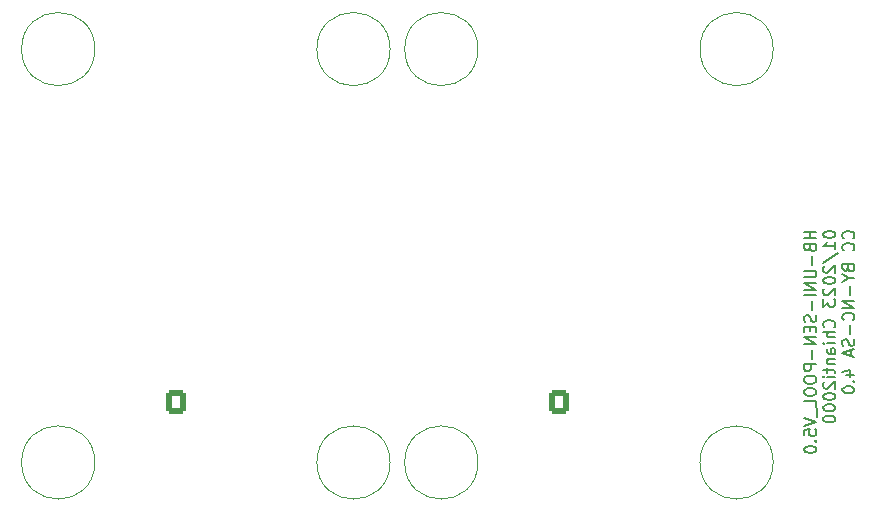
<source format=gbo>
G04 #@! TF.GenerationSoftware,KiCad,Pcbnew,(6.0.8)*
G04 #@! TF.CreationDate,2023-01-21T21:03:47+01:00*
G04 #@! TF.ProjectId,HB-UNI-SEN-POOL_2023_05,48422d55-4e49-42d5-9345-4e2d504f4f4c,rev?*
G04 #@! TF.SameCoordinates,Original*
G04 #@! TF.FileFunction,Legend,Bot*
G04 #@! TF.FilePolarity,Positive*
%FSLAX46Y46*%
G04 Gerber Fmt 4.6, Leading zero omitted, Abs format (unit mm)*
G04 Created by KiCad (PCBNEW (6.0.8)) date 2023-01-21 21:03:47*
%MOMM*%
%LPD*%
G01*
G04 APERTURE LIST*
G04 Aperture macros list*
%AMRoundRect*
0 Rectangle with rounded corners*
0 $1 Rounding radius*
0 $2 $3 $4 $5 $6 $7 $8 $9 X,Y pos of 4 corners*
0 Add a 4 corners polygon primitive as box body*
4,1,4,$2,$3,$4,$5,$6,$7,$8,$9,$2,$3,0*
0 Add four circle primitives for the rounded corners*
1,1,$1+$1,$2,$3*
1,1,$1+$1,$4,$5*
1,1,$1+$1,$6,$7*
1,1,$1+$1,$8,$9*
0 Add four rect primitives between the rounded corners*
20,1,$1+$1,$2,$3,$4,$5,0*
20,1,$1+$1,$4,$5,$6,$7,0*
20,1,$1+$1,$6,$7,$8,$9,0*
20,1,$1+$1,$8,$9,$2,$3,0*%
G04 Aperture macros list end*
%ADD10C,0.200000*%
%ADD11C,0.120000*%
%ADD12RoundRect,0.250000X-0.600000X-0.725000X0.600000X-0.725000X0.600000X0.725000X-0.600000X0.725000X0*%
%ADD13O,1.700000X1.950000*%
%ADD14RoundRect,0.250000X0.600000X0.725000X-0.600000X0.725000X-0.600000X-0.725000X0.600000X-0.725000X0*%
%ADD15R,1.700000X1.700000*%
%ADD16O,1.700000X1.700000*%
%ADD17RoundRect,0.250000X-0.600000X-0.750000X0.600000X-0.750000X0.600000X0.750000X-0.600000X0.750000X0*%
%ADD18O,1.700000X2.000000*%
%ADD19C,5.100000*%
%ADD20C,1.600000*%
%ADD21R,1.500000X1.500000*%
%ADD22C,1.500000*%
%ADD23RoundRect,0.250000X0.600000X0.750000X-0.600000X0.750000X-0.600000X-0.750000X0.600000X-0.750000X0*%
%ADD24C,6.000000*%
%ADD25C,3.500000*%
%ADD26R,3.500000X3.500000*%
%ADD27RoundRect,0.750000X-1.000000X0.750000X-1.000000X-0.750000X1.000000X-0.750000X1.000000X0.750000X0*%
%ADD28RoundRect,0.875000X-0.875000X0.875000X-0.875000X-0.875000X0.875000X-0.875000X0.875000X0.875000X0*%
%ADD29R,1.600000X1.600000*%
%ADD30R,1.500000X1.050000*%
%ADD31O,1.500000X1.050000*%
%ADD32R,1.400000X1.400000*%
%ADD33C,1.400000*%
%ADD34O,1.500000X1.500000*%
%ADD35R,1.800000X1.800000*%
%ADD36C,1.800000*%
%ADD37C,5.800000*%
%ADD38O,3.500000X7.000000*%
%ADD39O,1.600000X2.500000*%
%ADD40C,4.000000*%
%ADD41C,2.000000*%
%ADD42C,1.350000*%
%ADD43C,2.200000*%
%ADD44R,1.130000X1.130000*%
%ADD45C,1.130000*%
G04 APERTURE END LIST*
D10*
X160132380Y-55346395D02*
X159132380Y-55346395D01*
X159608571Y-55346395D02*
X159608571Y-55917823D01*
X160132380Y-55917823D02*
X159132380Y-55917823D01*
X159608571Y-56727347D02*
X159656190Y-56870204D01*
X159703809Y-56917823D01*
X159799047Y-56965442D01*
X159941904Y-56965442D01*
X160037142Y-56917823D01*
X160084761Y-56870204D01*
X160132380Y-56774966D01*
X160132380Y-56394014D01*
X159132380Y-56394014D01*
X159132380Y-56727347D01*
X159180000Y-56822585D01*
X159227619Y-56870204D01*
X159322857Y-56917823D01*
X159418095Y-56917823D01*
X159513333Y-56870204D01*
X159560952Y-56822585D01*
X159608571Y-56727347D01*
X159608571Y-56394014D01*
X159751428Y-57394014D02*
X159751428Y-58155919D01*
X159132380Y-58632109D02*
X159941904Y-58632109D01*
X160037142Y-58679728D01*
X160084761Y-58727347D01*
X160132380Y-58822585D01*
X160132380Y-59013061D01*
X160084761Y-59108300D01*
X160037142Y-59155919D01*
X159941904Y-59203538D01*
X159132380Y-59203538D01*
X160132380Y-59679728D02*
X159132380Y-59679728D01*
X160132380Y-60251157D01*
X159132380Y-60251157D01*
X160132380Y-60727347D02*
X159132380Y-60727347D01*
X159751428Y-61203538D02*
X159751428Y-61965442D01*
X160084761Y-62394014D02*
X160132380Y-62536871D01*
X160132380Y-62774966D01*
X160084761Y-62870204D01*
X160037142Y-62917823D01*
X159941904Y-62965442D01*
X159846666Y-62965442D01*
X159751428Y-62917823D01*
X159703809Y-62870204D01*
X159656190Y-62774966D01*
X159608571Y-62584490D01*
X159560952Y-62489252D01*
X159513333Y-62441633D01*
X159418095Y-62394014D01*
X159322857Y-62394014D01*
X159227619Y-62441633D01*
X159180000Y-62489252D01*
X159132380Y-62584490D01*
X159132380Y-62822585D01*
X159180000Y-62965442D01*
X159608571Y-63394014D02*
X159608571Y-63727347D01*
X160132380Y-63870204D02*
X160132380Y-63394014D01*
X159132380Y-63394014D01*
X159132380Y-63870204D01*
X160132380Y-64298776D02*
X159132380Y-64298776D01*
X160132380Y-64870204D01*
X159132380Y-64870204D01*
X159751428Y-65346395D02*
X159751428Y-66108300D01*
X160132380Y-66584490D02*
X159132380Y-66584490D01*
X159132380Y-66965442D01*
X159180000Y-67060680D01*
X159227619Y-67108300D01*
X159322857Y-67155919D01*
X159465714Y-67155919D01*
X159560952Y-67108300D01*
X159608571Y-67060680D01*
X159656190Y-66965442D01*
X159656190Y-66584490D01*
X159132380Y-67774966D02*
X159132380Y-67965442D01*
X159180000Y-68060680D01*
X159275238Y-68155919D01*
X159465714Y-68203538D01*
X159799047Y-68203538D01*
X159989523Y-68155919D01*
X160084761Y-68060680D01*
X160132380Y-67965442D01*
X160132380Y-67774966D01*
X160084761Y-67679728D01*
X159989523Y-67584490D01*
X159799047Y-67536871D01*
X159465714Y-67536871D01*
X159275238Y-67584490D01*
X159180000Y-67679728D01*
X159132380Y-67774966D01*
X159132380Y-68822585D02*
X159132380Y-69013061D01*
X159180000Y-69108300D01*
X159275238Y-69203538D01*
X159465714Y-69251157D01*
X159799047Y-69251157D01*
X159989523Y-69203538D01*
X160084761Y-69108300D01*
X160132380Y-69013061D01*
X160132380Y-68822585D01*
X160084761Y-68727347D01*
X159989523Y-68632109D01*
X159799047Y-68584490D01*
X159465714Y-68584490D01*
X159275238Y-68632109D01*
X159180000Y-68727347D01*
X159132380Y-68822585D01*
X160132380Y-70155919D02*
X160132380Y-69679728D01*
X159132380Y-69679728D01*
X160227619Y-70251157D02*
X160227619Y-71013061D01*
X159132380Y-71108300D02*
X160132380Y-71441633D01*
X159132380Y-71774966D01*
X159132380Y-72584490D02*
X159132380Y-72108300D01*
X159608571Y-72060680D01*
X159560952Y-72108300D01*
X159513333Y-72203538D01*
X159513333Y-72441633D01*
X159560952Y-72536871D01*
X159608571Y-72584490D01*
X159703809Y-72632109D01*
X159941904Y-72632109D01*
X160037142Y-72584490D01*
X160084761Y-72536871D01*
X160132380Y-72441633D01*
X160132380Y-72203538D01*
X160084761Y-72108300D01*
X160037142Y-72060680D01*
X160037142Y-73060680D02*
X160084761Y-73108300D01*
X160132380Y-73060680D01*
X160084761Y-73013061D01*
X160037142Y-73060680D01*
X160132380Y-73060680D01*
X159132380Y-73727347D02*
X159132380Y-73822585D01*
X159180000Y-73917823D01*
X159227619Y-73965442D01*
X159322857Y-74013061D01*
X159513333Y-74060680D01*
X159751428Y-74060680D01*
X159941904Y-74013061D01*
X160037142Y-73965442D01*
X160084761Y-73917823D01*
X160132380Y-73822585D01*
X160132380Y-73727347D01*
X160084761Y-73632109D01*
X160037142Y-73584490D01*
X159941904Y-73536871D01*
X159751428Y-73489252D01*
X159513333Y-73489252D01*
X159322857Y-73536871D01*
X159227619Y-73584490D01*
X159180000Y-73632109D01*
X159132380Y-73727347D01*
X160742380Y-55536871D02*
X160742380Y-55632109D01*
X160790000Y-55727347D01*
X160837619Y-55774966D01*
X160932857Y-55822585D01*
X161123333Y-55870204D01*
X161361428Y-55870204D01*
X161551904Y-55822585D01*
X161647142Y-55774966D01*
X161694761Y-55727347D01*
X161742380Y-55632109D01*
X161742380Y-55536871D01*
X161694761Y-55441633D01*
X161647142Y-55394014D01*
X161551904Y-55346395D01*
X161361428Y-55298776D01*
X161123333Y-55298776D01*
X160932857Y-55346395D01*
X160837619Y-55394014D01*
X160790000Y-55441633D01*
X160742380Y-55536871D01*
X161742380Y-56822585D02*
X161742380Y-56251157D01*
X161742380Y-56536871D02*
X160742380Y-56536871D01*
X160885238Y-56441633D01*
X160980476Y-56346395D01*
X161028095Y-56251157D01*
X160694761Y-57965442D02*
X161980476Y-57108300D01*
X160837619Y-58251157D02*
X160790000Y-58298776D01*
X160742380Y-58394014D01*
X160742380Y-58632109D01*
X160790000Y-58727347D01*
X160837619Y-58774966D01*
X160932857Y-58822585D01*
X161028095Y-58822585D01*
X161170952Y-58774966D01*
X161742380Y-58203538D01*
X161742380Y-58822585D01*
X160742380Y-59441633D02*
X160742380Y-59536871D01*
X160790000Y-59632109D01*
X160837619Y-59679728D01*
X160932857Y-59727347D01*
X161123333Y-59774966D01*
X161361428Y-59774966D01*
X161551904Y-59727347D01*
X161647142Y-59679728D01*
X161694761Y-59632109D01*
X161742380Y-59536871D01*
X161742380Y-59441633D01*
X161694761Y-59346395D01*
X161647142Y-59298776D01*
X161551904Y-59251157D01*
X161361428Y-59203538D01*
X161123333Y-59203538D01*
X160932857Y-59251157D01*
X160837619Y-59298776D01*
X160790000Y-59346395D01*
X160742380Y-59441633D01*
X160837619Y-60155919D02*
X160790000Y-60203538D01*
X160742380Y-60298776D01*
X160742380Y-60536871D01*
X160790000Y-60632109D01*
X160837619Y-60679728D01*
X160932857Y-60727347D01*
X161028095Y-60727347D01*
X161170952Y-60679728D01*
X161742380Y-60108300D01*
X161742380Y-60727347D01*
X160742380Y-61060680D02*
X160742380Y-61679728D01*
X161123333Y-61346395D01*
X161123333Y-61489252D01*
X161170952Y-61584490D01*
X161218571Y-61632109D01*
X161313809Y-61679728D01*
X161551904Y-61679728D01*
X161647142Y-61632109D01*
X161694761Y-61584490D01*
X161742380Y-61489252D01*
X161742380Y-61203538D01*
X161694761Y-61108300D01*
X161647142Y-61060680D01*
X161647142Y-63441633D02*
X161694761Y-63394014D01*
X161742380Y-63251157D01*
X161742380Y-63155919D01*
X161694761Y-63013061D01*
X161599523Y-62917823D01*
X161504285Y-62870204D01*
X161313809Y-62822585D01*
X161170952Y-62822585D01*
X160980476Y-62870204D01*
X160885238Y-62917823D01*
X160790000Y-63013061D01*
X160742380Y-63155919D01*
X160742380Y-63251157D01*
X160790000Y-63394014D01*
X160837619Y-63441633D01*
X161742380Y-63870204D02*
X160742380Y-63870204D01*
X161742380Y-64298776D02*
X161218571Y-64298776D01*
X161123333Y-64251157D01*
X161075714Y-64155919D01*
X161075714Y-64013061D01*
X161123333Y-63917823D01*
X161170952Y-63870204D01*
X161742380Y-64774966D02*
X161075714Y-64774966D01*
X160742380Y-64774966D02*
X160790000Y-64727347D01*
X160837619Y-64774966D01*
X160790000Y-64822585D01*
X160742380Y-64774966D01*
X160837619Y-64774966D01*
X161742380Y-65679728D02*
X161218571Y-65679728D01*
X161123333Y-65632109D01*
X161075714Y-65536871D01*
X161075714Y-65346395D01*
X161123333Y-65251157D01*
X161694761Y-65679728D02*
X161742380Y-65584490D01*
X161742380Y-65346395D01*
X161694761Y-65251157D01*
X161599523Y-65203538D01*
X161504285Y-65203538D01*
X161409047Y-65251157D01*
X161361428Y-65346395D01*
X161361428Y-65584490D01*
X161313809Y-65679728D01*
X161075714Y-66155919D02*
X161742380Y-66155919D01*
X161170952Y-66155919D02*
X161123333Y-66203538D01*
X161075714Y-66298776D01*
X161075714Y-66441633D01*
X161123333Y-66536871D01*
X161218571Y-66584490D01*
X161742380Y-66584490D01*
X161075714Y-66917823D02*
X161075714Y-67298776D01*
X160742380Y-67060680D02*
X161599523Y-67060680D01*
X161694761Y-67108300D01*
X161742380Y-67203538D01*
X161742380Y-67298776D01*
X161742380Y-67632109D02*
X161075714Y-67632109D01*
X160742380Y-67632109D02*
X160790000Y-67584490D01*
X160837619Y-67632109D01*
X160790000Y-67679728D01*
X160742380Y-67632109D01*
X160837619Y-67632109D01*
X160837619Y-68060680D02*
X160790000Y-68108299D01*
X160742380Y-68203538D01*
X160742380Y-68441633D01*
X160790000Y-68536871D01*
X160837619Y-68584490D01*
X160932857Y-68632109D01*
X161028095Y-68632109D01*
X161170952Y-68584490D01*
X161742380Y-68013061D01*
X161742380Y-68632109D01*
X160742380Y-69251157D02*
X160742380Y-69346395D01*
X160790000Y-69441633D01*
X160837619Y-69489252D01*
X160932857Y-69536871D01*
X161123333Y-69584490D01*
X161361428Y-69584490D01*
X161551904Y-69536871D01*
X161647142Y-69489252D01*
X161694761Y-69441633D01*
X161742380Y-69346395D01*
X161742380Y-69251157D01*
X161694761Y-69155919D01*
X161647142Y-69108300D01*
X161551904Y-69060680D01*
X161361428Y-69013061D01*
X161123333Y-69013061D01*
X160932857Y-69060680D01*
X160837619Y-69108300D01*
X160790000Y-69155919D01*
X160742380Y-69251157D01*
X160742380Y-70203538D02*
X160742380Y-70298776D01*
X160790000Y-70394014D01*
X160837619Y-70441633D01*
X160932857Y-70489252D01*
X161123333Y-70536871D01*
X161361428Y-70536871D01*
X161551904Y-70489252D01*
X161647142Y-70441633D01*
X161694761Y-70394014D01*
X161742380Y-70298776D01*
X161742380Y-70203538D01*
X161694761Y-70108299D01*
X161647142Y-70060680D01*
X161551904Y-70013061D01*
X161361428Y-69965442D01*
X161123333Y-69965442D01*
X160932857Y-70013061D01*
X160837619Y-70060680D01*
X160790000Y-70108299D01*
X160742380Y-70203538D01*
X160742380Y-71155919D02*
X160742380Y-71251157D01*
X160790000Y-71346395D01*
X160837619Y-71394014D01*
X160932857Y-71441633D01*
X161123333Y-71489252D01*
X161361428Y-71489252D01*
X161551904Y-71441633D01*
X161647142Y-71394014D01*
X161694761Y-71346395D01*
X161742380Y-71251157D01*
X161742380Y-71155919D01*
X161694761Y-71060680D01*
X161647142Y-71013061D01*
X161551904Y-70965442D01*
X161361428Y-70917823D01*
X161123333Y-70917823D01*
X160932857Y-70965442D01*
X160837619Y-71013061D01*
X160790000Y-71060680D01*
X160742380Y-71155919D01*
X163257142Y-55917823D02*
X163304761Y-55870204D01*
X163352380Y-55727347D01*
X163352380Y-55632109D01*
X163304761Y-55489252D01*
X163209523Y-55394014D01*
X163114285Y-55346395D01*
X162923809Y-55298776D01*
X162780952Y-55298776D01*
X162590476Y-55346395D01*
X162495238Y-55394014D01*
X162400000Y-55489252D01*
X162352380Y-55632109D01*
X162352380Y-55727347D01*
X162400000Y-55870204D01*
X162447619Y-55917823D01*
X163257142Y-56917823D02*
X163304761Y-56870204D01*
X163352380Y-56727347D01*
X163352380Y-56632109D01*
X163304761Y-56489252D01*
X163209523Y-56394014D01*
X163114285Y-56346395D01*
X162923809Y-56298776D01*
X162780952Y-56298776D01*
X162590476Y-56346395D01*
X162495238Y-56394014D01*
X162400000Y-56489252D01*
X162352380Y-56632109D01*
X162352380Y-56727347D01*
X162400000Y-56870204D01*
X162447619Y-56917823D01*
X162828571Y-58441633D02*
X162876190Y-58584490D01*
X162923809Y-58632109D01*
X163019047Y-58679728D01*
X163161904Y-58679728D01*
X163257142Y-58632109D01*
X163304761Y-58584490D01*
X163352380Y-58489252D01*
X163352380Y-58108300D01*
X162352380Y-58108300D01*
X162352380Y-58441633D01*
X162400000Y-58536871D01*
X162447619Y-58584490D01*
X162542857Y-58632109D01*
X162638095Y-58632109D01*
X162733333Y-58584490D01*
X162780952Y-58536871D01*
X162828571Y-58441633D01*
X162828571Y-58108300D01*
X162876190Y-59298776D02*
X163352380Y-59298776D01*
X162352380Y-58965442D02*
X162876190Y-59298776D01*
X162352380Y-59632109D01*
X162971428Y-59965442D02*
X162971428Y-60727347D01*
X163352380Y-61203538D02*
X162352380Y-61203538D01*
X163352380Y-61774966D01*
X162352380Y-61774966D01*
X163257142Y-62822585D02*
X163304761Y-62774966D01*
X163352380Y-62632109D01*
X163352380Y-62536871D01*
X163304761Y-62394014D01*
X163209523Y-62298776D01*
X163114285Y-62251157D01*
X162923809Y-62203538D01*
X162780952Y-62203538D01*
X162590476Y-62251157D01*
X162495238Y-62298776D01*
X162400000Y-62394014D01*
X162352380Y-62536871D01*
X162352380Y-62632109D01*
X162400000Y-62774966D01*
X162447619Y-62822585D01*
X162971428Y-63251157D02*
X162971428Y-64013061D01*
X163304761Y-64441633D02*
X163352380Y-64584490D01*
X163352380Y-64822585D01*
X163304761Y-64917823D01*
X163257142Y-64965442D01*
X163161904Y-65013061D01*
X163066666Y-65013061D01*
X162971428Y-64965442D01*
X162923809Y-64917823D01*
X162876190Y-64822585D01*
X162828571Y-64632109D01*
X162780952Y-64536871D01*
X162733333Y-64489252D01*
X162638095Y-64441633D01*
X162542857Y-64441633D01*
X162447619Y-64489252D01*
X162400000Y-64536871D01*
X162352380Y-64632109D01*
X162352380Y-64870204D01*
X162400000Y-65013061D01*
X163066666Y-65394014D02*
X163066666Y-65870204D01*
X163352380Y-65298776D02*
X162352380Y-65632109D01*
X163352380Y-65965442D01*
X162685714Y-67489252D02*
X163352380Y-67489252D01*
X162304761Y-67251157D02*
X163019047Y-67013061D01*
X163019047Y-67632109D01*
X163257142Y-68013061D02*
X163304761Y-68060680D01*
X163352380Y-68013061D01*
X163304761Y-67965442D01*
X163257142Y-68013061D01*
X163352380Y-68013061D01*
X162352380Y-68679728D02*
X162352380Y-68774966D01*
X162400000Y-68870204D01*
X162447619Y-68917823D01*
X162542857Y-68965442D01*
X162733333Y-69013061D01*
X162971428Y-69013061D01*
X163161904Y-68965442D01*
X163257142Y-68917823D01*
X163304761Y-68870204D01*
X163352380Y-68774966D01*
X163352380Y-68679728D01*
X163304761Y-68584490D01*
X163257142Y-68536871D01*
X163161904Y-68489252D01*
X162971428Y-68441633D01*
X162733333Y-68441633D01*
X162542857Y-68489252D01*
X162447619Y-68536871D01*
X162400000Y-68584490D01*
X162352380Y-68679728D01*
D11*
X156495000Y-39882800D02*
G75*
G03*
X156495000Y-39882800I-3100000J0D01*
G01*
X131495000Y-74882800D02*
G75*
G03*
X131495000Y-74882800I-3100000J0D01*
G01*
X131495000Y-39882800D02*
G75*
G03*
X131495000Y-39882800I-3100000J0D01*
G01*
X156495000Y-39882800D02*
G75*
G03*
X156495000Y-39882800I-3100000J0D01*
G01*
X156495000Y-74882800D02*
G75*
G03*
X156495000Y-74882800I-3100000J0D01*
G01*
X124058000Y-74882800D02*
G75*
G03*
X124058000Y-74882800I-3100000J0D01*
G01*
X99058000Y-39882800D02*
G75*
G03*
X99058000Y-39882800I-3100000J0D01*
G01*
X124058000Y-39882800D02*
G75*
G03*
X124058000Y-39882800I-3100000J0D01*
G01*
X99058000Y-74882800D02*
G75*
G03*
X99058000Y-74882800I-3100000J0D01*
G01*
%LPC*%
D12*
X89575000Y-120080300D03*
D13*
X92075000Y-120080300D03*
X94575000Y-120080300D03*
D14*
X129159000Y-82918300D03*
D13*
X126659000Y-82918300D03*
X124159000Y-82918300D03*
D15*
X161925000Y-107651300D03*
D16*
X161925000Y-110191300D03*
D17*
X109855000Y-120080300D03*
D18*
X112355000Y-120080300D03*
D19*
X162895000Y-100646300D03*
X162895000Y-100646300D03*
D20*
X80645000Y-65332300D03*
X78105000Y-65332300D03*
X73025000Y-65332300D03*
X67945000Y-65332300D03*
D21*
X60330000Y-65301300D03*
D22*
X62870000Y-65301300D03*
X65410000Y-65301300D03*
X67950000Y-65301300D03*
D15*
X157480000Y-107651300D03*
D16*
X157480000Y-110191300D03*
D19*
X69895000Y-100646300D03*
X69895000Y-100646300D03*
D15*
X161417000Y-94321300D03*
D16*
X161417000Y-91781300D03*
D23*
X78780000Y-40231300D03*
D18*
X76280000Y-40231300D03*
D12*
X90103000Y-81885300D03*
D13*
X92603000Y-81885300D03*
X95103000Y-81885300D03*
X97603000Y-81885300D03*
D12*
X137868000Y-120097300D03*
D13*
X140368000Y-120097300D03*
X142868000Y-120097300D03*
X145368000Y-120097300D03*
X147868000Y-120097300D03*
X150368000Y-120097300D03*
D15*
X86131000Y-89547300D03*
D16*
X86131000Y-92087300D03*
X86131000Y-94627300D03*
X86131000Y-97167300D03*
X86131000Y-99707300D03*
X86131000Y-102247300D03*
D19*
X69895000Y-45646300D03*
X69895000Y-45646300D03*
D24*
X162395000Y-127646300D03*
D25*
X162395000Y-127646300D03*
D26*
X87145000Y-50396300D03*
D27*
X87145000Y-44396300D03*
D28*
X82445000Y-47396300D03*
D29*
X62865000Y-55266300D03*
D20*
X60365000Y-55266300D03*
D17*
X100985000Y-120080300D03*
D18*
X103485000Y-120080300D03*
D24*
X52395000Y-39646300D03*
D25*
X52395000Y-39646300D03*
D30*
X120650000Y-92697300D03*
D31*
X120650000Y-91427300D03*
X120650000Y-90157300D03*
D15*
X141605000Y-102571300D03*
D16*
X141605000Y-100031300D03*
D32*
X145462500Y-89908800D03*
D33*
X145462500Y-97528800D03*
X145462500Y-102608800D03*
X145462500Y-107688800D03*
X153082500Y-107688800D03*
X153082500Y-102608800D03*
X153082500Y-97528800D03*
X153082500Y-89908800D03*
D12*
X118845000Y-120080300D03*
D13*
X121345000Y-120080300D03*
X123845000Y-120080300D03*
X126345000Y-120080300D03*
X128845000Y-120080300D03*
X131345000Y-120080300D03*
D12*
X78125000Y-120086800D03*
D13*
X80625000Y-120086800D03*
X83125000Y-120086800D03*
D21*
X126497000Y-87363300D03*
D34*
X118877000Y-87363300D03*
D12*
X52765000Y-120086800D03*
D13*
X55265000Y-120086800D03*
X57765000Y-120086800D03*
D14*
X159345000Y-82886300D03*
D13*
X156845000Y-82886300D03*
X154345000Y-82886300D03*
D12*
X101005000Y-111825300D03*
D13*
X103505000Y-111825300D03*
X106005000Y-111825300D03*
D12*
X64175000Y-120086800D03*
D13*
X66675000Y-120086800D03*
X69175000Y-120086800D03*
X71675000Y-120086800D03*
D35*
X54615000Y-50406300D03*
D36*
X52075000Y-50406300D03*
D25*
X52395000Y-127646300D03*
D24*
X52395000Y-127646300D03*
D37*
X128395000Y-74882800D03*
X153395000Y-74882800D03*
D38*
X145975000Y-44002800D03*
D37*
X128395000Y-39882800D03*
D38*
X135815000Y-44002800D03*
D37*
X153395000Y-39882800D03*
D12*
X138395000Y-69782800D03*
D13*
X140895000Y-69782800D03*
X143395000Y-69782800D03*
D39*
X140895000Y-49082800D03*
X138355000Y-49082800D03*
D12*
X156858000Y-120097300D03*
D13*
X159358000Y-120097300D03*
X161858000Y-120097300D03*
D19*
X162895000Y-45646300D03*
X162895000Y-45646300D03*
D15*
X78730800Y-85064500D03*
D16*
X81270800Y-85064500D03*
X78730800Y-87604500D03*
X81270800Y-87604500D03*
X78730800Y-90144500D03*
X81270800Y-90144500D03*
D29*
X59690000Y-75647300D03*
D20*
X59690000Y-73147300D03*
D40*
X61008500Y-45615100D03*
D41*
X70588500Y-50425100D03*
D33*
X68048500Y-50425100D03*
X62968500Y-50425100D03*
D41*
X60428500Y-50425100D03*
D25*
X162395000Y-39646300D03*
D24*
X162395000Y-39646300D03*
D37*
X95958000Y-39882800D03*
X120958000Y-39882800D03*
X95958000Y-74882800D03*
D38*
X113538000Y-44002800D03*
X103378000Y-44002800D03*
D37*
X120958000Y-74882800D03*
D12*
X105958000Y-69782800D03*
D13*
X108458000Y-69782800D03*
X110958000Y-69782800D03*
D39*
X108458000Y-49082800D03*
X105918000Y-49082800D03*
D32*
X130222500Y-89908800D03*
D33*
X130222500Y-97528800D03*
X130222500Y-102608800D03*
X130222500Y-107688800D03*
X137842500Y-107688800D03*
X137842500Y-102608800D03*
X137842500Y-97528800D03*
X137842500Y-89908800D03*
D42*
X70138500Y-96058800D03*
X70138500Y-94058800D03*
X70138500Y-92058800D03*
X70138500Y-90058800D03*
X70138500Y-88058800D03*
X70138500Y-86058800D03*
X70138500Y-84058800D03*
X70138500Y-82058800D03*
D43*
X52394700Y-88059200D03*
D44*
X52737000Y-102831800D03*
D45*
X52737000Y-105371800D03*
X52737000Y-107911800D03*
X52737000Y-110451800D03*
X60761000Y-110451800D03*
X60761000Y-107911800D03*
X60761000Y-105371800D03*
X60761000Y-102831800D03*
D29*
X78105000Y-74631300D03*
D20*
X78105000Y-72131300D03*
D15*
X126365000Y-102571300D03*
D16*
X126365000Y-100031300D03*
D15*
X156972000Y-94326300D03*
D16*
X156972000Y-91786300D03*
M02*

</source>
